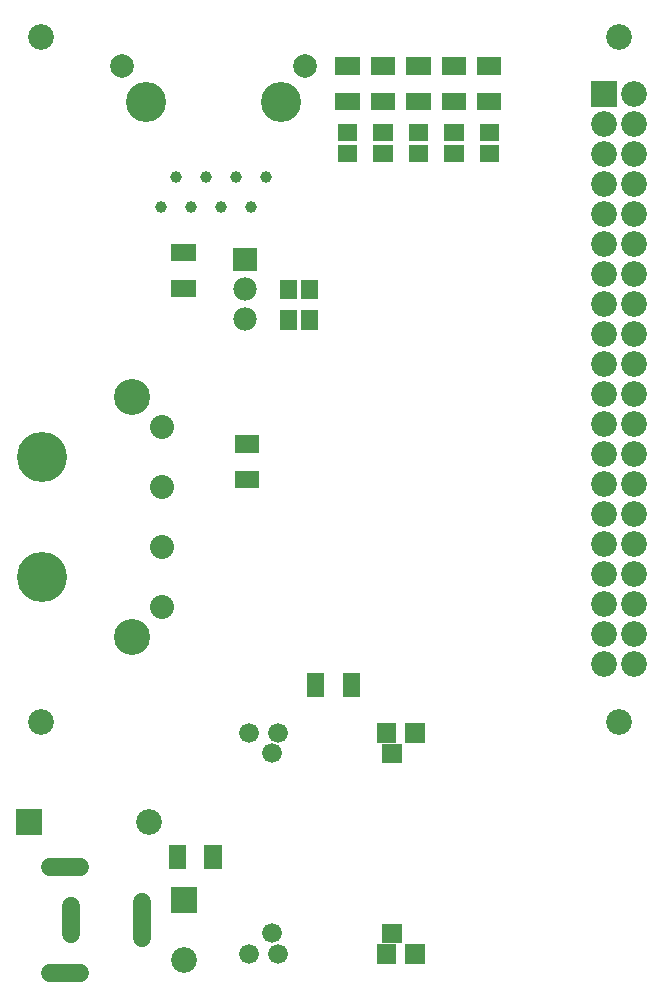
<source format=gts>
G04 start of page 4 for group 2 layer_idx 8 *
G04 Title: Zuul, top_mask *
G04 Creator: pcb-rnd 2.1.1 *
G04 CreationDate: 2019-04-12 16:05:21 UTC *
G04 For:  *
G04 Format: Gerber/RS-274X *
G04 PCB-Dimensions: 220472 334646 *
G04 PCB-Coordinate-Origin: lower left *
%MOIN*%
%FSLAX25Y25*%
%LNTOP_MASK*%
%ADD69C,0.0780*%
%ADD68C,0.0394*%
%ADD67C,0.0660*%
%ADD66C,0.1200*%
%ADD65C,0.0800*%
%ADD64C,0.0594*%
%ADD63C,0.1670*%
%ADD62C,0.0860*%
%ADD61C,0.0001*%
%ADD60C,0.1339*%
%ADD59C,0.0787*%
G54D59*X101806Y311161D03*
G54D60*X93794Y299153D03*
G54D61*G36*
X112102Y302073D02*Y296355D01*
X120182D01*
Y302073D01*
X112102D01*
G37*
G36*
Y313883D02*Y308165D01*
X120182D01*
Y313883D01*
X112102D01*
G37*
G36*
X123913Y302072D02*Y296354D01*
X131993D01*
Y302072D01*
X123913D01*
G37*
G36*
Y313882D02*Y308164D01*
X131993D01*
Y313882D01*
X123913D01*
G37*
G36*
X119394Y286117D02*Y291835D01*
X112890D01*
Y286117D01*
X119394D01*
G37*
G36*
X131205Y286117D02*Y291835D01*
X124701D01*
Y286117D01*
X131205D01*
G37*
G36*
X135724Y302072D02*Y296354D01*
X143804D01*
Y302072D01*
X135724D01*
G37*
G36*
X143016Y286117D02*Y291835D01*
X136512D01*
Y286117D01*
X143016D01*
G37*
G36*
X154827D02*Y291835D01*
X148323D01*
Y286117D01*
X154827D01*
G37*
G36*
X166638D02*Y291835D01*
X160134D01*
Y286117D01*
X166638D01*
G37*
G36*
X135724Y313882D02*Y308164D01*
X143804D01*
Y313882D01*
X135724D01*
G37*
G36*
X147535Y302072D02*Y296354D01*
X155615D01*
Y302072D01*
X147535D01*
G37*
G36*
X167426Y296354D02*Y302072D01*
X159346D01*
Y296354D01*
X167426D01*
G37*
G36*
X147535Y313882D02*Y308164D01*
X155615D01*
Y313882D01*
X147535D01*
G37*
G36*
X167426Y308164D02*Y313882D01*
X159346D01*
Y308164D01*
X167426D01*
G37*
G54D62*X206693Y320866D03*
G54D61*G36*
X197393Y305993D02*X205993D01*
Y297393D01*
X197393D01*
Y305993D01*
G37*
G54D62*X201693Y291693D03*
X211693Y301693D03*
Y291693D03*
X201693Y271693D03*
Y261693D03*
Y251693D03*
X211693Y271693D03*
Y261693D03*
Y251693D03*
Y241693D03*
X201693D03*
Y231693D03*
X211693D03*
X201693Y221693D03*
X211693D03*
Y211693D03*
Y201693D03*
Y191693D03*
Y181693D03*
Y171693D03*
Y161693D03*
Y151693D03*
Y141693D03*
Y131693D03*
Y121693D03*
Y111693D03*
X201693Y211693D03*
Y201693D03*
Y191693D03*
Y181693D03*
Y171693D03*
Y161693D03*
Y151693D03*
Y141693D03*
Y131693D03*
Y121693D03*
Y111693D03*
X206693Y92520D03*
G54D61*G36*
X114463Y100684D02*X120181D01*
Y108764D01*
X114463D01*
Y100684D01*
G37*
G36*
X102653D02*X108371D01*
Y108764D01*
X102653D01*
Y100684D01*
G37*
G36*
X135224Y85480D02*Y92080D01*
X141824D01*
Y85480D01*
X135224D01*
G37*
G36*
X125775D02*Y92080D01*
X132375D01*
Y85480D01*
X125775D01*
G37*
G36*
X135224Y11700D02*Y18300D01*
X141824D01*
Y11700D01*
X135224D01*
G37*
G36*
X125775D02*Y18300D01*
X132375D01*
Y11700D01*
X125775D01*
G37*
G36*
X127665Y18590D02*Y25190D01*
X134265D01*
Y18590D01*
X127665D01*
G37*
G36*
Y78590D02*Y85190D01*
X134265D01*
Y78590D01*
X127665D01*
G37*
G54D59*X40782Y311161D03*
G54D62*X13780Y320866D03*
Y92520D03*
G54D63*X14112Y140589D03*
Y180589D03*
G54D61*G36*
X5543Y63355D02*X14143D01*
Y54755D01*
X5543D01*
Y63355D01*
G37*
G54D64*X17049Y44094D02*X26892D01*
X17049Y8661D02*X26892D01*
X24016Y30906D02*Y21850D01*
G54D60*X48794Y299153D03*
G54D65*X54112Y170589D03*
Y190589D03*
G54D66*X44112Y200589D03*
G54D61*G36*
X86717Y182180D02*Y187898D01*
X78637D01*
Y182180D01*
X86717D01*
G37*
G36*
Y170370D02*Y176088D01*
X78637D01*
Y170370D01*
X86717D01*
G37*
G54D65*X54112Y130589D03*
Y150589D03*
G54D66*X44112Y120589D03*
G54D61*G36*
X62308Y51284D02*X56590D01*
Y43204D01*
X62308D01*
Y51284D01*
G37*
G54D62*X49843Y59055D03*
G54D61*G36*
X74118Y51284D02*X68400D01*
Y43204D01*
X74118D01*
Y51284D01*
G37*
G54D67*X83406Y88780D03*
X92854D03*
X90965Y81890D03*
G54D61*G36*
X65894Y37292D02*Y28692D01*
X57294D01*
Y37292D01*
X65894D01*
G37*
G54D64*X47638Y20472D02*Y32283D01*
G54D62*X61594Y12992D03*
G54D67*X83406Y15000D03*
X92854D03*
X90965Y21890D03*
G54D68*X88794Y274153D03*
X78794D03*
X68794D03*
X58794D03*
G54D61*G36*
X119394Y279031D02*Y284749D01*
X112890D01*
Y279031D01*
X119394D01*
G37*
G36*
X131205Y279031D02*Y284749D01*
X124701D01*
Y279031D01*
X131205D01*
G37*
G36*
X143016D02*Y284749D01*
X136512D01*
Y279031D01*
X143016D01*
G37*
G36*
X154827D02*Y284749D01*
X148323D01*
Y279031D01*
X154827D01*
G37*
G36*
X166638D02*Y284749D01*
X160134D01*
Y279031D01*
X166638D01*
G37*
G54D62*X201693Y281693D03*
X211693D03*
G54D68*X83794Y264153D03*
X73794D03*
X63794D03*
X53794D03*
G54D61*G36*
X77990Y242714D02*Y250514D01*
X85790D01*
Y242714D01*
X77990D01*
G37*
G36*
X57377Y251677D02*Y245959D01*
X65457D01*
Y251677D01*
X57377D01*
G37*
G36*
X100684Y223126D02*X106402D01*
Y229630D01*
X100684D01*
Y223126D01*
G37*
G36*
X93598D02*X99316D01*
Y229630D01*
X93598D01*
Y223126D01*
G37*
G54D69*X81890Y236614D03*
G54D61*G36*
X57377Y239867D02*Y234149D01*
X65457D01*
Y239867D01*
X57377D01*
G37*
G54D69*X81890Y226614D03*
G54D61*G36*
X100684Y233362D02*X106402D01*
Y239866D01*
X100684D01*
Y233362D01*
G37*
G36*
X93598D02*X99316D01*
Y239866D01*
X93598D01*
Y233362D01*
G37*
M02*

</source>
